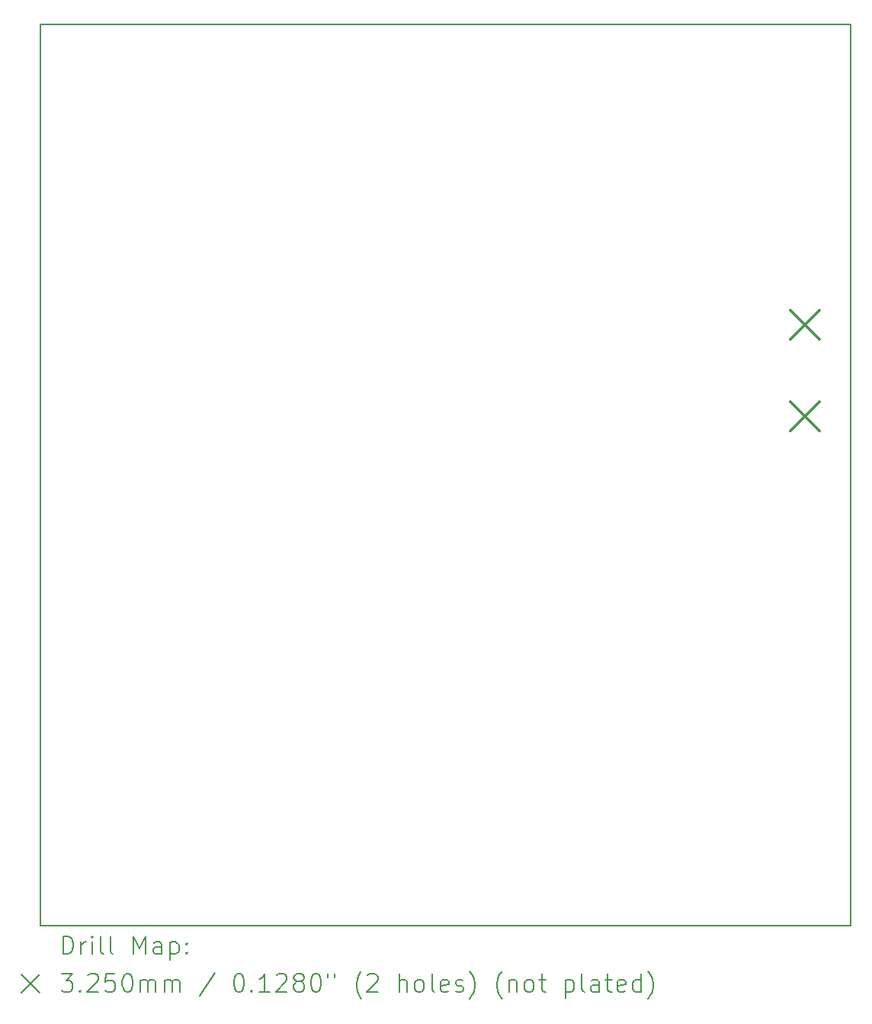
<source format=gbr>
%TF.GenerationSoftware,KiCad,Pcbnew,8.0.6*%
%TF.CreationDate,2025-01-14T22:13:36-05:00*%
%TF.ProjectId,ConnAdapter,436f6e6e-4164-4617-9074-65722e6b6963,rev?*%
%TF.SameCoordinates,Original*%
%TF.FileFunction,Drillmap*%
%TF.FilePolarity,Positive*%
%FSLAX45Y45*%
G04 Gerber Fmt 4.5, Leading zero omitted, Abs format (unit mm)*
G04 Created by KiCad (PCBNEW 8.0.6) date 2025-01-14 22:13:36*
%MOMM*%
%LPD*%
G01*
G04 APERTURE LIST*
%ADD10C,0.150000*%
%ADD11C,0.200000*%
%ADD12C,0.325000*%
G04 APERTURE END LIST*
D10*
X10000000Y-5500000D02*
X19000000Y-5500000D01*
X19000000Y-15500000D02*
X10000000Y-15500000D01*
X19000000Y-5500000D02*
X19000000Y-15500000D01*
X10000000Y-15500000D02*
X10000000Y-5500000D01*
D11*
D12*
X18331500Y-8669500D02*
X18656500Y-8994500D01*
X18656500Y-8669500D02*
X18331500Y-8994500D01*
X18331500Y-9685500D02*
X18656500Y-10010500D01*
X18656500Y-9685500D02*
X18331500Y-10010500D01*
D11*
X10253277Y-15818984D02*
X10253277Y-15618984D01*
X10253277Y-15618984D02*
X10300896Y-15618984D01*
X10300896Y-15618984D02*
X10329467Y-15628508D01*
X10329467Y-15628508D02*
X10348515Y-15647555D01*
X10348515Y-15647555D02*
X10358039Y-15666603D01*
X10358039Y-15666603D02*
X10367563Y-15704698D01*
X10367563Y-15704698D02*
X10367563Y-15733269D01*
X10367563Y-15733269D02*
X10358039Y-15771365D01*
X10358039Y-15771365D02*
X10348515Y-15790412D01*
X10348515Y-15790412D02*
X10329467Y-15809460D01*
X10329467Y-15809460D02*
X10300896Y-15818984D01*
X10300896Y-15818984D02*
X10253277Y-15818984D01*
X10453277Y-15818984D02*
X10453277Y-15685650D01*
X10453277Y-15723746D02*
X10462801Y-15704698D01*
X10462801Y-15704698D02*
X10472324Y-15695174D01*
X10472324Y-15695174D02*
X10491372Y-15685650D01*
X10491372Y-15685650D02*
X10510420Y-15685650D01*
X10577086Y-15818984D02*
X10577086Y-15685650D01*
X10577086Y-15618984D02*
X10567563Y-15628508D01*
X10567563Y-15628508D02*
X10577086Y-15638031D01*
X10577086Y-15638031D02*
X10586610Y-15628508D01*
X10586610Y-15628508D02*
X10577086Y-15618984D01*
X10577086Y-15618984D02*
X10577086Y-15638031D01*
X10700896Y-15818984D02*
X10681848Y-15809460D01*
X10681848Y-15809460D02*
X10672324Y-15790412D01*
X10672324Y-15790412D02*
X10672324Y-15618984D01*
X10805658Y-15818984D02*
X10786610Y-15809460D01*
X10786610Y-15809460D02*
X10777086Y-15790412D01*
X10777086Y-15790412D02*
X10777086Y-15618984D01*
X11034229Y-15818984D02*
X11034229Y-15618984D01*
X11034229Y-15618984D02*
X11100896Y-15761841D01*
X11100896Y-15761841D02*
X11167563Y-15618984D01*
X11167563Y-15618984D02*
X11167563Y-15818984D01*
X11348515Y-15818984D02*
X11348515Y-15714222D01*
X11348515Y-15714222D02*
X11338991Y-15695174D01*
X11338991Y-15695174D02*
X11319943Y-15685650D01*
X11319943Y-15685650D02*
X11281848Y-15685650D01*
X11281848Y-15685650D02*
X11262801Y-15695174D01*
X11348515Y-15809460D02*
X11329467Y-15818984D01*
X11329467Y-15818984D02*
X11281848Y-15818984D01*
X11281848Y-15818984D02*
X11262801Y-15809460D01*
X11262801Y-15809460D02*
X11253277Y-15790412D01*
X11253277Y-15790412D02*
X11253277Y-15771365D01*
X11253277Y-15771365D02*
X11262801Y-15752317D01*
X11262801Y-15752317D02*
X11281848Y-15742793D01*
X11281848Y-15742793D02*
X11329467Y-15742793D01*
X11329467Y-15742793D02*
X11348515Y-15733269D01*
X11443753Y-15685650D02*
X11443753Y-15885650D01*
X11443753Y-15695174D02*
X11462801Y-15685650D01*
X11462801Y-15685650D02*
X11500896Y-15685650D01*
X11500896Y-15685650D02*
X11519943Y-15695174D01*
X11519943Y-15695174D02*
X11529467Y-15704698D01*
X11529467Y-15704698D02*
X11538991Y-15723746D01*
X11538991Y-15723746D02*
X11538991Y-15780888D01*
X11538991Y-15780888D02*
X11529467Y-15799936D01*
X11529467Y-15799936D02*
X11519943Y-15809460D01*
X11519943Y-15809460D02*
X11500896Y-15818984D01*
X11500896Y-15818984D02*
X11462801Y-15818984D01*
X11462801Y-15818984D02*
X11443753Y-15809460D01*
X11624705Y-15799936D02*
X11634229Y-15809460D01*
X11634229Y-15809460D02*
X11624705Y-15818984D01*
X11624705Y-15818984D02*
X11615182Y-15809460D01*
X11615182Y-15809460D02*
X11624705Y-15799936D01*
X11624705Y-15799936D02*
X11624705Y-15818984D01*
X11624705Y-15695174D02*
X11634229Y-15704698D01*
X11634229Y-15704698D02*
X11624705Y-15714222D01*
X11624705Y-15714222D02*
X11615182Y-15704698D01*
X11615182Y-15704698D02*
X11624705Y-15695174D01*
X11624705Y-15695174D02*
X11624705Y-15714222D01*
X9792500Y-16047500D02*
X9992500Y-16247500D01*
X9992500Y-16047500D02*
X9792500Y-16247500D01*
X10234229Y-16038984D02*
X10358039Y-16038984D01*
X10358039Y-16038984D02*
X10291372Y-16115174D01*
X10291372Y-16115174D02*
X10319944Y-16115174D01*
X10319944Y-16115174D02*
X10338991Y-16124698D01*
X10338991Y-16124698D02*
X10348515Y-16134222D01*
X10348515Y-16134222D02*
X10358039Y-16153269D01*
X10358039Y-16153269D02*
X10358039Y-16200888D01*
X10358039Y-16200888D02*
X10348515Y-16219936D01*
X10348515Y-16219936D02*
X10338991Y-16229460D01*
X10338991Y-16229460D02*
X10319944Y-16238984D01*
X10319944Y-16238984D02*
X10262801Y-16238984D01*
X10262801Y-16238984D02*
X10243753Y-16229460D01*
X10243753Y-16229460D02*
X10234229Y-16219936D01*
X10443753Y-16219936D02*
X10453277Y-16229460D01*
X10453277Y-16229460D02*
X10443753Y-16238984D01*
X10443753Y-16238984D02*
X10434229Y-16229460D01*
X10434229Y-16229460D02*
X10443753Y-16219936D01*
X10443753Y-16219936D02*
X10443753Y-16238984D01*
X10529467Y-16058031D02*
X10538991Y-16048508D01*
X10538991Y-16048508D02*
X10558039Y-16038984D01*
X10558039Y-16038984D02*
X10605658Y-16038984D01*
X10605658Y-16038984D02*
X10624705Y-16048508D01*
X10624705Y-16048508D02*
X10634229Y-16058031D01*
X10634229Y-16058031D02*
X10643753Y-16077079D01*
X10643753Y-16077079D02*
X10643753Y-16096127D01*
X10643753Y-16096127D02*
X10634229Y-16124698D01*
X10634229Y-16124698D02*
X10519944Y-16238984D01*
X10519944Y-16238984D02*
X10643753Y-16238984D01*
X10824705Y-16038984D02*
X10729467Y-16038984D01*
X10729467Y-16038984D02*
X10719944Y-16134222D01*
X10719944Y-16134222D02*
X10729467Y-16124698D01*
X10729467Y-16124698D02*
X10748515Y-16115174D01*
X10748515Y-16115174D02*
X10796134Y-16115174D01*
X10796134Y-16115174D02*
X10815182Y-16124698D01*
X10815182Y-16124698D02*
X10824705Y-16134222D01*
X10824705Y-16134222D02*
X10834229Y-16153269D01*
X10834229Y-16153269D02*
X10834229Y-16200888D01*
X10834229Y-16200888D02*
X10824705Y-16219936D01*
X10824705Y-16219936D02*
X10815182Y-16229460D01*
X10815182Y-16229460D02*
X10796134Y-16238984D01*
X10796134Y-16238984D02*
X10748515Y-16238984D01*
X10748515Y-16238984D02*
X10729467Y-16229460D01*
X10729467Y-16229460D02*
X10719944Y-16219936D01*
X10958039Y-16038984D02*
X10977086Y-16038984D01*
X10977086Y-16038984D02*
X10996134Y-16048508D01*
X10996134Y-16048508D02*
X11005658Y-16058031D01*
X11005658Y-16058031D02*
X11015182Y-16077079D01*
X11015182Y-16077079D02*
X11024705Y-16115174D01*
X11024705Y-16115174D02*
X11024705Y-16162793D01*
X11024705Y-16162793D02*
X11015182Y-16200888D01*
X11015182Y-16200888D02*
X11005658Y-16219936D01*
X11005658Y-16219936D02*
X10996134Y-16229460D01*
X10996134Y-16229460D02*
X10977086Y-16238984D01*
X10977086Y-16238984D02*
X10958039Y-16238984D01*
X10958039Y-16238984D02*
X10938991Y-16229460D01*
X10938991Y-16229460D02*
X10929467Y-16219936D01*
X10929467Y-16219936D02*
X10919944Y-16200888D01*
X10919944Y-16200888D02*
X10910420Y-16162793D01*
X10910420Y-16162793D02*
X10910420Y-16115174D01*
X10910420Y-16115174D02*
X10919944Y-16077079D01*
X10919944Y-16077079D02*
X10929467Y-16058031D01*
X10929467Y-16058031D02*
X10938991Y-16048508D01*
X10938991Y-16048508D02*
X10958039Y-16038984D01*
X11110420Y-16238984D02*
X11110420Y-16105650D01*
X11110420Y-16124698D02*
X11119944Y-16115174D01*
X11119944Y-16115174D02*
X11138991Y-16105650D01*
X11138991Y-16105650D02*
X11167563Y-16105650D01*
X11167563Y-16105650D02*
X11186610Y-16115174D01*
X11186610Y-16115174D02*
X11196134Y-16134222D01*
X11196134Y-16134222D02*
X11196134Y-16238984D01*
X11196134Y-16134222D02*
X11205658Y-16115174D01*
X11205658Y-16115174D02*
X11224705Y-16105650D01*
X11224705Y-16105650D02*
X11253277Y-16105650D01*
X11253277Y-16105650D02*
X11272324Y-16115174D01*
X11272324Y-16115174D02*
X11281848Y-16134222D01*
X11281848Y-16134222D02*
X11281848Y-16238984D01*
X11377086Y-16238984D02*
X11377086Y-16105650D01*
X11377086Y-16124698D02*
X11386610Y-16115174D01*
X11386610Y-16115174D02*
X11405658Y-16105650D01*
X11405658Y-16105650D02*
X11434229Y-16105650D01*
X11434229Y-16105650D02*
X11453277Y-16115174D01*
X11453277Y-16115174D02*
X11462801Y-16134222D01*
X11462801Y-16134222D02*
X11462801Y-16238984D01*
X11462801Y-16134222D02*
X11472324Y-16115174D01*
X11472324Y-16115174D02*
X11491372Y-16105650D01*
X11491372Y-16105650D02*
X11519943Y-16105650D01*
X11519943Y-16105650D02*
X11538991Y-16115174D01*
X11538991Y-16115174D02*
X11548515Y-16134222D01*
X11548515Y-16134222D02*
X11548515Y-16238984D01*
X11938991Y-16029460D02*
X11767563Y-16286603D01*
X12196134Y-16038984D02*
X12215182Y-16038984D01*
X12215182Y-16038984D02*
X12234229Y-16048508D01*
X12234229Y-16048508D02*
X12243753Y-16058031D01*
X12243753Y-16058031D02*
X12253277Y-16077079D01*
X12253277Y-16077079D02*
X12262801Y-16115174D01*
X12262801Y-16115174D02*
X12262801Y-16162793D01*
X12262801Y-16162793D02*
X12253277Y-16200888D01*
X12253277Y-16200888D02*
X12243753Y-16219936D01*
X12243753Y-16219936D02*
X12234229Y-16229460D01*
X12234229Y-16229460D02*
X12215182Y-16238984D01*
X12215182Y-16238984D02*
X12196134Y-16238984D01*
X12196134Y-16238984D02*
X12177086Y-16229460D01*
X12177086Y-16229460D02*
X12167563Y-16219936D01*
X12167563Y-16219936D02*
X12158039Y-16200888D01*
X12158039Y-16200888D02*
X12148515Y-16162793D01*
X12148515Y-16162793D02*
X12148515Y-16115174D01*
X12148515Y-16115174D02*
X12158039Y-16077079D01*
X12158039Y-16077079D02*
X12167563Y-16058031D01*
X12167563Y-16058031D02*
X12177086Y-16048508D01*
X12177086Y-16048508D02*
X12196134Y-16038984D01*
X12348515Y-16219936D02*
X12358039Y-16229460D01*
X12358039Y-16229460D02*
X12348515Y-16238984D01*
X12348515Y-16238984D02*
X12338991Y-16229460D01*
X12338991Y-16229460D02*
X12348515Y-16219936D01*
X12348515Y-16219936D02*
X12348515Y-16238984D01*
X12548515Y-16238984D02*
X12434229Y-16238984D01*
X12491372Y-16238984D02*
X12491372Y-16038984D01*
X12491372Y-16038984D02*
X12472325Y-16067555D01*
X12472325Y-16067555D02*
X12453277Y-16086603D01*
X12453277Y-16086603D02*
X12434229Y-16096127D01*
X12624706Y-16058031D02*
X12634229Y-16048508D01*
X12634229Y-16048508D02*
X12653277Y-16038984D01*
X12653277Y-16038984D02*
X12700896Y-16038984D01*
X12700896Y-16038984D02*
X12719944Y-16048508D01*
X12719944Y-16048508D02*
X12729467Y-16058031D01*
X12729467Y-16058031D02*
X12738991Y-16077079D01*
X12738991Y-16077079D02*
X12738991Y-16096127D01*
X12738991Y-16096127D02*
X12729467Y-16124698D01*
X12729467Y-16124698D02*
X12615182Y-16238984D01*
X12615182Y-16238984D02*
X12738991Y-16238984D01*
X12853277Y-16124698D02*
X12834229Y-16115174D01*
X12834229Y-16115174D02*
X12824706Y-16105650D01*
X12824706Y-16105650D02*
X12815182Y-16086603D01*
X12815182Y-16086603D02*
X12815182Y-16077079D01*
X12815182Y-16077079D02*
X12824706Y-16058031D01*
X12824706Y-16058031D02*
X12834229Y-16048508D01*
X12834229Y-16048508D02*
X12853277Y-16038984D01*
X12853277Y-16038984D02*
X12891372Y-16038984D01*
X12891372Y-16038984D02*
X12910420Y-16048508D01*
X12910420Y-16048508D02*
X12919944Y-16058031D01*
X12919944Y-16058031D02*
X12929467Y-16077079D01*
X12929467Y-16077079D02*
X12929467Y-16086603D01*
X12929467Y-16086603D02*
X12919944Y-16105650D01*
X12919944Y-16105650D02*
X12910420Y-16115174D01*
X12910420Y-16115174D02*
X12891372Y-16124698D01*
X12891372Y-16124698D02*
X12853277Y-16124698D01*
X12853277Y-16124698D02*
X12834229Y-16134222D01*
X12834229Y-16134222D02*
X12824706Y-16143746D01*
X12824706Y-16143746D02*
X12815182Y-16162793D01*
X12815182Y-16162793D02*
X12815182Y-16200888D01*
X12815182Y-16200888D02*
X12824706Y-16219936D01*
X12824706Y-16219936D02*
X12834229Y-16229460D01*
X12834229Y-16229460D02*
X12853277Y-16238984D01*
X12853277Y-16238984D02*
X12891372Y-16238984D01*
X12891372Y-16238984D02*
X12910420Y-16229460D01*
X12910420Y-16229460D02*
X12919944Y-16219936D01*
X12919944Y-16219936D02*
X12929467Y-16200888D01*
X12929467Y-16200888D02*
X12929467Y-16162793D01*
X12929467Y-16162793D02*
X12919944Y-16143746D01*
X12919944Y-16143746D02*
X12910420Y-16134222D01*
X12910420Y-16134222D02*
X12891372Y-16124698D01*
X13053277Y-16038984D02*
X13072325Y-16038984D01*
X13072325Y-16038984D02*
X13091372Y-16048508D01*
X13091372Y-16048508D02*
X13100896Y-16058031D01*
X13100896Y-16058031D02*
X13110420Y-16077079D01*
X13110420Y-16077079D02*
X13119944Y-16115174D01*
X13119944Y-16115174D02*
X13119944Y-16162793D01*
X13119944Y-16162793D02*
X13110420Y-16200888D01*
X13110420Y-16200888D02*
X13100896Y-16219936D01*
X13100896Y-16219936D02*
X13091372Y-16229460D01*
X13091372Y-16229460D02*
X13072325Y-16238984D01*
X13072325Y-16238984D02*
X13053277Y-16238984D01*
X13053277Y-16238984D02*
X13034229Y-16229460D01*
X13034229Y-16229460D02*
X13024706Y-16219936D01*
X13024706Y-16219936D02*
X13015182Y-16200888D01*
X13015182Y-16200888D02*
X13005658Y-16162793D01*
X13005658Y-16162793D02*
X13005658Y-16115174D01*
X13005658Y-16115174D02*
X13015182Y-16077079D01*
X13015182Y-16077079D02*
X13024706Y-16058031D01*
X13024706Y-16058031D02*
X13034229Y-16048508D01*
X13034229Y-16048508D02*
X13053277Y-16038984D01*
X13196134Y-16038984D02*
X13196134Y-16077079D01*
X13272325Y-16038984D02*
X13272325Y-16077079D01*
X13567563Y-16315174D02*
X13558039Y-16305650D01*
X13558039Y-16305650D02*
X13538991Y-16277079D01*
X13538991Y-16277079D02*
X13529468Y-16258031D01*
X13529468Y-16258031D02*
X13519944Y-16229460D01*
X13519944Y-16229460D02*
X13510420Y-16181841D01*
X13510420Y-16181841D02*
X13510420Y-16143746D01*
X13510420Y-16143746D02*
X13519944Y-16096127D01*
X13519944Y-16096127D02*
X13529468Y-16067555D01*
X13529468Y-16067555D02*
X13538991Y-16048508D01*
X13538991Y-16048508D02*
X13558039Y-16019936D01*
X13558039Y-16019936D02*
X13567563Y-16010412D01*
X13634229Y-16058031D02*
X13643753Y-16048508D01*
X13643753Y-16048508D02*
X13662801Y-16038984D01*
X13662801Y-16038984D02*
X13710420Y-16038984D01*
X13710420Y-16038984D02*
X13729468Y-16048508D01*
X13729468Y-16048508D02*
X13738991Y-16058031D01*
X13738991Y-16058031D02*
X13748515Y-16077079D01*
X13748515Y-16077079D02*
X13748515Y-16096127D01*
X13748515Y-16096127D02*
X13738991Y-16124698D01*
X13738991Y-16124698D02*
X13624706Y-16238984D01*
X13624706Y-16238984D02*
X13748515Y-16238984D01*
X13986610Y-16238984D02*
X13986610Y-16038984D01*
X14072325Y-16238984D02*
X14072325Y-16134222D01*
X14072325Y-16134222D02*
X14062801Y-16115174D01*
X14062801Y-16115174D02*
X14043753Y-16105650D01*
X14043753Y-16105650D02*
X14015182Y-16105650D01*
X14015182Y-16105650D02*
X13996134Y-16115174D01*
X13996134Y-16115174D02*
X13986610Y-16124698D01*
X14196134Y-16238984D02*
X14177087Y-16229460D01*
X14177087Y-16229460D02*
X14167563Y-16219936D01*
X14167563Y-16219936D02*
X14158039Y-16200888D01*
X14158039Y-16200888D02*
X14158039Y-16143746D01*
X14158039Y-16143746D02*
X14167563Y-16124698D01*
X14167563Y-16124698D02*
X14177087Y-16115174D01*
X14177087Y-16115174D02*
X14196134Y-16105650D01*
X14196134Y-16105650D02*
X14224706Y-16105650D01*
X14224706Y-16105650D02*
X14243753Y-16115174D01*
X14243753Y-16115174D02*
X14253277Y-16124698D01*
X14253277Y-16124698D02*
X14262801Y-16143746D01*
X14262801Y-16143746D02*
X14262801Y-16200888D01*
X14262801Y-16200888D02*
X14253277Y-16219936D01*
X14253277Y-16219936D02*
X14243753Y-16229460D01*
X14243753Y-16229460D02*
X14224706Y-16238984D01*
X14224706Y-16238984D02*
X14196134Y-16238984D01*
X14377087Y-16238984D02*
X14358039Y-16229460D01*
X14358039Y-16229460D02*
X14348515Y-16210412D01*
X14348515Y-16210412D02*
X14348515Y-16038984D01*
X14529468Y-16229460D02*
X14510420Y-16238984D01*
X14510420Y-16238984D02*
X14472325Y-16238984D01*
X14472325Y-16238984D02*
X14453277Y-16229460D01*
X14453277Y-16229460D02*
X14443753Y-16210412D01*
X14443753Y-16210412D02*
X14443753Y-16134222D01*
X14443753Y-16134222D02*
X14453277Y-16115174D01*
X14453277Y-16115174D02*
X14472325Y-16105650D01*
X14472325Y-16105650D02*
X14510420Y-16105650D01*
X14510420Y-16105650D02*
X14529468Y-16115174D01*
X14529468Y-16115174D02*
X14538991Y-16134222D01*
X14538991Y-16134222D02*
X14538991Y-16153269D01*
X14538991Y-16153269D02*
X14443753Y-16172317D01*
X14615182Y-16229460D02*
X14634230Y-16238984D01*
X14634230Y-16238984D02*
X14672325Y-16238984D01*
X14672325Y-16238984D02*
X14691372Y-16229460D01*
X14691372Y-16229460D02*
X14700896Y-16210412D01*
X14700896Y-16210412D02*
X14700896Y-16200888D01*
X14700896Y-16200888D02*
X14691372Y-16181841D01*
X14691372Y-16181841D02*
X14672325Y-16172317D01*
X14672325Y-16172317D02*
X14643753Y-16172317D01*
X14643753Y-16172317D02*
X14624706Y-16162793D01*
X14624706Y-16162793D02*
X14615182Y-16143746D01*
X14615182Y-16143746D02*
X14615182Y-16134222D01*
X14615182Y-16134222D02*
X14624706Y-16115174D01*
X14624706Y-16115174D02*
X14643753Y-16105650D01*
X14643753Y-16105650D02*
X14672325Y-16105650D01*
X14672325Y-16105650D02*
X14691372Y-16115174D01*
X14767563Y-16315174D02*
X14777087Y-16305650D01*
X14777087Y-16305650D02*
X14796134Y-16277079D01*
X14796134Y-16277079D02*
X14805658Y-16258031D01*
X14805658Y-16258031D02*
X14815182Y-16229460D01*
X14815182Y-16229460D02*
X14824706Y-16181841D01*
X14824706Y-16181841D02*
X14824706Y-16143746D01*
X14824706Y-16143746D02*
X14815182Y-16096127D01*
X14815182Y-16096127D02*
X14805658Y-16067555D01*
X14805658Y-16067555D02*
X14796134Y-16048508D01*
X14796134Y-16048508D02*
X14777087Y-16019936D01*
X14777087Y-16019936D02*
X14767563Y-16010412D01*
X15129468Y-16315174D02*
X15119944Y-16305650D01*
X15119944Y-16305650D02*
X15100896Y-16277079D01*
X15100896Y-16277079D02*
X15091372Y-16258031D01*
X15091372Y-16258031D02*
X15081849Y-16229460D01*
X15081849Y-16229460D02*
X15072325Y-16181841D01*
X15072325Y-16181841D02*
X15072325Y-16143746D01*
X15072325Y-16143746D02*
X15081849Y-16096127D01*
X15081849Y-16096127D02*
X15091372Y-16067555D01*
X15091372Y-16067555D02*
X15100896Y-16048508D01*
X15100896Y-16048508D02*
X15119944Y-16019936D01*
X15119944Y-16019936D02*
X15129468Y-16010412D01*
X15205658Y-16105650D02*
X15205658Y-16238984D01*
X15205658Y-16124698D02*
X15215182Y-16115174D01*
X15215182Y-16115174D02*
X15234230Y-16105650D01*
X15234230Y-16105650D02*
X15262801Y-16105650D01*
X15262801Y-16105650D02*
X15281849Y-16115174D01*
X15281849Y-16115174D02*
X15291372Y-16134222D01*
X15291372Y-16134222D02*
X15291372Y-16238984D01*
X15415182Y-16238984D02*
X15396134Y-16229460D01*
X15396134Y-16229460D02*
X15386611Y-16219936D01*
X15386611Y-16219936D02*
X15377087Y-16200888D01*
X15377087Y-16200888D02*
X15377087Y-16143746D01*
X15377087Y-16143746D02*
X15386611Y-16124698D01*
X15386611Y-16124698D02*
X15396134Y-16115174D01*
X15396134Y-16115174D02*
X15415182Y-16105650D01*
X15415182Y-16105650D02*
X15443753Y-16105650D01*
X15443753Y-16105650D02*
X15462801Y-16115174D01*
X15462801Y-16115174D02*
X15472325Y-16124698D01*
X15472325Y-16124698D02*
X15481849Y-16143746D01*
X15481849Y-16143746D02*
X15481849Y-16200888D01*
X15481849Y-16200888D02*
X15472325Y-16219936D01*
X15472325Y-16219936D02*
X15462801Y-16229460D01*
X15462801Y-16229460D02*
X15443753Y-16238984D01*
X15443753Y-16238984D02*
X15415182Y-16238984D01*
X15538992Y-16105650D02*
X15615182Y-16105650D01*
X15567563Y-16038984D02*
X15567563Y-16210412D01*
X15567563Y-16210412D02*
X15577087Y-16229460D01*
X15577087Y-16229460D02*
X15596134Y-16238984D01*
X15596134Y-16238984D02*
X15615182Y-16238984D01*
X15834230Y-16105650D02*
X15834230Y-16305650D01*
X15834230Y-16115174D02*
X15853277Y-16105650D01*
X15853277Y-16105650D02*
X15891373Y-16105650D01*
X15891373Y-16105650D02*
X15910420Y-16115174D01*
X15910420Y-16115174D02*
X15919944Y-16124698D01*
X15919944Y-16124698D02*
X15929468Y-16143746D01*
X15929468Y-16143746D02*
X15929468Y-16200888D01*
X15929468Y-16200888D02*
X15919944Y-16219936D01*
X15919944Y-16219936D02*
X15910420Y-16229460D01*
X15910420Y-16229460D02*
X15891373Y-16238984D01*
X15891373Y-16238984D02*
X15853277Y-16238984D01*
X15853277Y-16238984D02*
X15834230Y-16229460D01*
X16043753Y-16238984D02*
X16024706Y-16229460D01*
X16024706Y-16229460D02*
X16015182Y-16210412D01*
X16015182Y-16210412D02*
X16015182Y-16038984D01*
X16205658Y-16238984D02*
X16205658Y-16134222D01*
X16205658Y-16134222D02*
X16196134Y-16115174D01*
X16196134Y-16115174D02*
X16177087Y-16105650D01*
X16177087Y-16105650D02*
X16138992Y-16105650D01*
X16138992Y-16105650D02*
X16119944Y-16115174D01*
X16205658Y-16229460D02*
X16186611Y-16238984D01*
X16186611Y-16238984D02*
X16138992Y-16238984D01*
X16138992Y-16238984D02*
X16119944Y-16229460D01*
X16119944Y-16229460D02*
X16110420Y-16210412D01*
X16110420Y-16210412D02*
X16110420Y-16191365D01*
X16110420Y-16191365D02*
X16119944Y-16172317D01*
X16119944Y-16172317D02*
X16138992Y-16162793D01*
X16138992Y-16162793D02*
X16186611Y-16162793D01*
X16186611Y-16162793D02*
X16205658Y-16153269D01*
X16272325Y-16105650D02*
X16348515Y-16105650D01*
X16300896Y-16038984D02*
X16300896Y-16210412D01*
X16300896Y-16210412D02*
X16310420Y-16229460D01*
X16310420Y-16229460D02*
X16329468Y-16238984D01*
X16329468Y-16238984D02*
X16348515Y-16238984D01*
X16491373Y-16229460D02*
X16472325Y-16238984D01*
X16472325Y-16238984D02*
X16434230Y-16238984D01*
X16434230Y-16238984D02*
X16415182Y-16229460D01*
X16415182Y-16229460D02*
X16405658Y-16210412D01*
X16405658Y-16210412D02*
X16405658Y-16134222D01*
X16405658Y-16134222D02*
X16415182Y-16115174D01*
X16415182Y-16115174D02*
X16434230Y-16105650D01*
X16434230Y-16105650D02*
X16472325Y-16105650D01*
X16472325Y-16105650D02*
X16491373Y-16115174D01*
X16491373Y-16115174D02*
X16500896Y-16134222D01*
X16500896Y-16134222D02*
X16500896Y-16153269D01*
X16500896Y-16153269D02*
X16405658Y-16172317D01*
X16672325Y-16238984D02*
X16672325Y-16038984D01*
X16672325Y-16229460D02*
X16653277Y-16238984D01*
X16653277Y-16238984D02*
X16615182Y-16238984D01*
X16615182Y-16238984D02*
X16596134Y-16229460D01*
X16596134Y-16229460D02*
X16586611Y-16219936D01*
X16586611Y-16219936D02*
X16577087Y-16200888D01*
X16577087Y-16200888D02*
X16577087Y-16143746D01*
X16577087Y-16143746D02*
X16586611Y-16124698D01*
X16586611Y-16124698D02*
X16596134Y-16115174D01*
X16596134Y-16115174D02*
X16615182Y-16105650D01*
X16615182Y-16105650D02*
X16653277Y-16105650D01*
X16653277Y-16105650D02*
X16672325Y-16115174D01*
X16748515Y-16315174D02*
X16758039Y-16305650D01*
X16758039Y-16305650D02*
X16777087Y-16277079D01*
X16777087Y-16277079D02*
X16786611Y-16258031D01*
X16786611Y-16258031D02*
X16796135Y-16229460D01*
X16796135Y-16229460D02*
X16805658Y-16181841D01*
X16805658Y-16181841D02*
X16805658Y-16143746D01*
X16805658Y-16143746D02*
X16796135Y-16096127D01*
X16796135Y-16096127D02*
X16786611Y-16067555D01*
X16786611Y-16067555D02*
X16777087Y-16048508D01*
X16777087Y-16048508D02*
X16758039Y-16019936D01*
X16758039Y-16019936D02*
X16748515Y-16010412D01*
M02*

</source>
